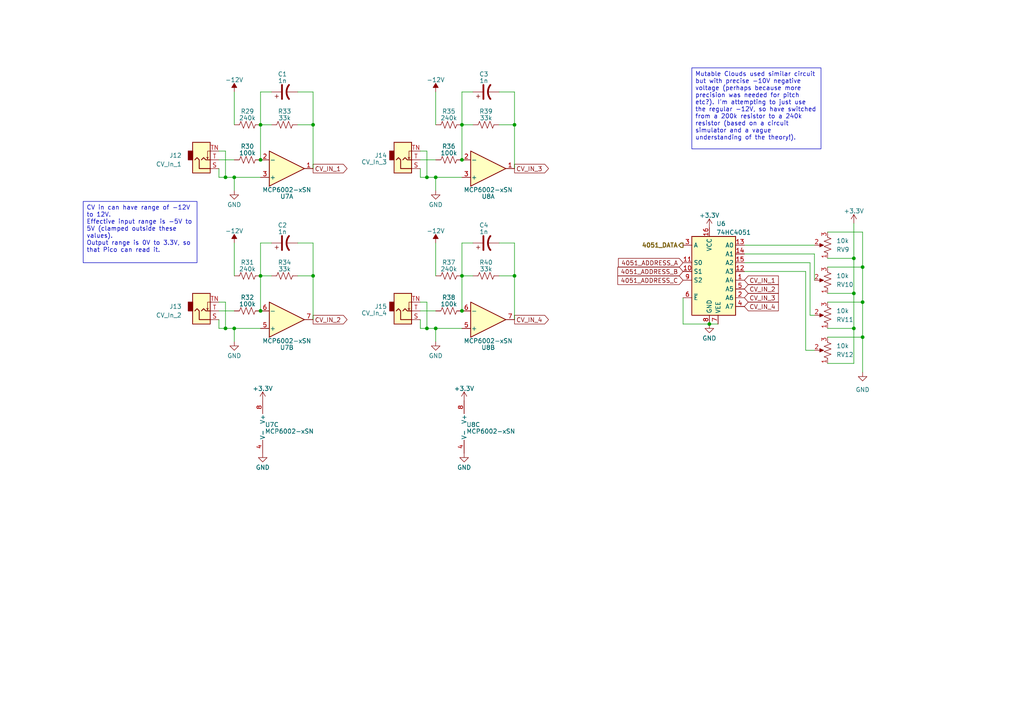
<source format=kicad_sch>
(kicad_sch (version 20230121) (generator eeschema)
  (paper "A4")
  (lib_symbols
    (symbol "74xx:74HC4051"
      (property "Reference" "U" (at -5.08 11.43 0))
      (property "Value" "74HC4051" (at -7.62 -13.97 0))
      (symbol "74HC4051_0_1"
        (rectangle (start -5.08 10.16) (end 7.62 -12.7) (stroke (width 0.254)) (fill (type background)))
      )
      (symbol "74HC4051_1_1"
        (pin passive line (at 10.16 -2.54 180) (length 2.54) (name "A4") (number "1"))
        (pin input line (at -7.62 0 0) (length 2.54) (name "S1") (number "10"))
        (pin input line (at -7.62 2.54 0) (length 2.54) (name "S0") (number "11"))
        (pin passive line (at 10.16 0 180) (length 2.54) (name "A3") (number "12"))
        (pin passive line (at 10.16 7.62 180) (length 2.54) (name "A0") (number "13"))
        (pin passive line (at 10.16 5.08 180) (length 2.54) (name "A1") (number "14"))
        (pin passive line (at 10.16 2.54 180) (length 2.54) (name "A2") (number "15"))
        (pin power_in line (at 0 12.7 270) (length 2.54) (name "VCC") (number "16"))
        (pin passive line (at 10.16 -7.62 180) (length 2.54) (name "A6") (number "2"))
        (pin passive line (at -7.62 7.62 0) (length 2.54) (name "A") (number "3"))
        (pin passive line (at 10.16 -10.16 180) (length 2.54) (name "A7") (number "4"))
        (pin passive line (at 10.16 -5.08 180) (length 2.54) (name "A5") (number "5"))
        (pin input line (at -7.62 -7.62 0) (length 2.54) (name "~{E}") (number "6"))
        (pin power_in line (at 2.54 -15.24 90) (length 2.54) (name "VEE") (number "7"))
        (pin power_in line (at 0 -15.24 90) (length 2.54) (name "GND") (number "8"))
        (pin input line (at -7.62 -2.54 0) (length 2.54) (name "S2") (number "9"))
      )
    )
    (symbol "Amplifier_Operational:MCP6002-xSN" (pin_names (offset 0.127))
      (property "Reference" "U" (at 0 5.08 0))
      (property "Value" "MCP6002-xSN" (at 0 -5.08 0))
      (symbol "MCP6002-xSN_1_1"
        (polyline (pts (xy -5.08 5.08) (xy 5.08 0) (xy -5.08 -5.08) (xy -5.08 5.08)) (stroke (width 0.254)) (fill (type background)))
        (pin output line (at 7.62 0 180) (length 2.54) (name "~") (number "1"))
        (pin input line (at -7.62 -2.54 0) (length 2.54) (name "-") (number "2"))
        (pin input line (at -7.62 2.54 0) (length 2.54) (name "+") (number "3"))
      )
      (symbol "MCP6002-xSN_2_1"
        (polyline (pts (xy -5.08 5.08) (xy 5.08 0) (xy -5.08 -5.08) (xy -5.08 5.08)) (stroke (width 0.254)) (fill (type background)))
        (pin input line (at -7.62 2.54 0) (length 2.54) (name "+") (number "5"))
        (pin input line (at -7.62 -2.54 0) (length 2.54) (name "-") (number "6"))
        (pin output line (at 7.62 0 180) (length 2.54) (name "~") (number "7"))
      )
      (symbol "MCP6002-xSN_3_1"
        (pin power_in line (at -2.54 -7.62 90) (length 3.81) (name "V-") (number "4"))
        (pin power_in line (at -2.54 7.62 270) (length 3.81) (name "V+") (number "8"))
      )
    )
    (symbol "Connector_Audio:AudioJack2_SwitchT"
      (property "Reference" "J" (at 0 8.89 0))
      (property "Value" "AudioJack2_SwitchT" (at 0 6.35 0))
      (symbol "AudioJack2_SwitchT_0_1"
        (rectangle (start -2.54 0) (end -3.81 -2.54) (stroke (width 0.254)) (fill (type outline)))
        (polyline (pts (xy 1.778 -0.254) (xy 2.032 -0.762)))
        (polyline (pts (xy 0 0) (xy 0.635 -0.635) (xy 1.27 0) (xy 2.54 0)) (stroke (width 0.254)))
        (polyline (pts (xy 2.54 -2.54) (xy 1.778 -2.54) (xy 1.778 -0.254) (xy 1.524 -0.762)))
        (polyline (pts (xy 2.54 2.54) (xy -0.635 2.54) (xy -0.635 0) (xy -1.27 -0.635) (xy -1.905 0)) (stroke (width 0.254)))
        (rectangle (start 2.54 3.81) (end -2.54 -5.08) (stroke (width 0.254)) (fill (type background)))
      )
      (symbol "AudioJack2_SwitchT_1_1"
        (pin passive line (at 5.08 2.54 180) (length 2.54) (name "~") (number "S"))
        (pin passive line (at 5.08 0 180) (length 2.54) (name "~") (number "T"))
        (pin passive line (at 5.08 -2.54 180) (length 2.54) (name "~") (number "TN"))
      )
    )
    (symbol "Device:C_Polarized_US" (pin_numbers hide) (pin_names (offset 0.254) hide)
      (property "Reference" "C" (at 0.635 2.54 0))
      (property "Value" "C_Polarized_US" (at 0.635 -2.54 0))
      (symbol "C_Polarized_US_0_1"
        (polyline (pts (xy -2.032 0.762) (xy 2.032 0.762)) (stroke (width 0.508)))
        (polyline (pts (xy -1.778 2.286) (xy -0.762 2.286)))
        (polyline (pts (xy -1.27 1.778) (xy -1.27 2.794)))
        (arc (start 2.032 -1.27) (mid 0 -0.5572) (end -2.032 -1.27) (stroke (width 0.508)))
      )
      (symbol "C_Polarized_US_1_1"
        (pin passive line (at 0 3.81 270) (length 2.794) (name "~") (number "1"))
        (pin passive line (at 0 -3.81 90) (length 3.302) (name "~") (number "2"))
      )
    )
    (symbol "Device:R_Potentiometer_US" (pin_names (offset 1.016) hide)
      (property "Reference" "RV" (at -4.445 0 90))
      (property "Value" "R_Potentiometer_US" (at -2.54 0 90))
      (symbol "R_Potentiometer_US_0_1"
        (polyline (pts (xy 0 -2.286) (xy 0 -2.54)))
        (polyline (pts (xy 0 2.54) (xy 0 2.286)))
        (polyline (pts (xy 2.54 0) (xy 1.524 0)))
        (polyline (pts (xy 1.143 0) (xy 2.286 0.508) (xy 2.286 -0.508) (xy 1.143 0)) (fill (type outline)))
        (polyline (pts (xy 0 -0.762) (xy 1.016 -1.143) (xy 0 -1.524) (xy -1.016 -1.905) (xy 0 -2.286)))
        (polyline (pts (xy 0 0.762) (xy 1.016 0.381) (xy 0 0) (xy -1.016 -0.381) (xy 0 -0.762)))
        (polyline (pts (xy 0 2.286) (xy 1.016 1.905) (xy 0 1.524) (xy -1.016 1.143) (xy 0 0.762)))
      )
      (symbol "R_Potentiometer_US_1_1"
        (pin passive line (at 0 3.81 270) (length 1.27) (name "1") (number "1"))
        (pin passive line (at 3.81 0 180) (length 1.27) (name "2") (number "2"))
        (pin passive line (at 0 -3.81 90) (length 1.27) (name "3") (number "3"))
      )
    )
    (symbol "Device:R_US" (pin_numbers hide) (pin_names (offset 0))
      (property "Reference" "R" (at 2.54 0 90))
      (property "Value" "R_US" (at -2.54 0 90))
      (symbol "R_US_0_1"
        (polyline (pts (xy 0 -2.286) (xy 0 -2.54)))
        (polyline (pts (xy 0 2.286) (xy 0 2.54)))
        (polyline (pts (xy 0 -0.762) (xy 1.016 -1.143) (xy 0 -1.524) (xy -1.016 -1.905) (xy 0 -2.286)))
        (polyline (pts (xy 0 0.762) (xy 1.016 0.381) (xy 0 0) (xy -1.016 -0.381) (xy 0 -0.762)))
        (polyline (pts (xy 0 2.286) (xy 1.016 1.905) (xy 0 1.524) (xy -1.016 1.143) (xy 0 0.762)))
      )
      (symbol "R_US_1_1"
        (pin passive line (at 0 3.81 270) (length 1.27) (name "~") (number "1"))
        (pin passive line (at 0 -3.81 90) (length 1.27) (name "~") (number "2"))
      )
    )
    (symbol "power:+3.3V" (power) (pin_names (offset 0))
      (property "Value" "+3.3V" (at 0 3.556 0))
      (symbol "+3.3V_0_1"
        (polyline (pts (xy -0.762 1.27) (xy 0 2.54)))
        (polyline (pts (xy 0 0) (xy 0 2.54)))
        (polyline (pts (xy 0 2.54) (xy 0.762 1.27)))
      )
      (symbol "+3.3V_1_1"
        (pin power_in line (at 0 0 90) (length 0) hide (name "+3.3V") (number "1"))
      )
    )
    (symbol "power:-12V" (power) (pin_names (offset 0))
      (property "Value" "-12V" (at 0 3.81 0))
      (symbol "-12V_0_0"
        (pin power_in line (at 0 0 90) (length 0) hide (name "-12V") (number "1"))
      )
      (symbol "-12V_0_1"
        (polyline (pts (xy 0 0) (xy 0 1.27) (xy 0.762 1.27) (xy 0 2.54) (xy -0.762 1.27) (xy 0 1.27)) (fill (type outline)))
      )
    )
    (symbol "power:GND" (power) (pin_names (offset 0))
      (property "Value" "GND" (at 0 -3.81 0))
      (symbol "GND_0_1"
        (polyline (pts (xy 0 0) (xy 0 -1.27) (xy 1.27 -1.27) (xy 0 -2.54) (xy -1.27 -1.27) (xy 0 -1.27)))
      )
      (symbol "GND_1_1"
        (pin power_in line (at 0 0 270) (length 0) hide (name "GND") (number "1"))
      )
    )
  )
  (junction (at 65.405 95.25))
  (junction (at 75.565 90.17))
  (junction (at 250.19 87.63))
  (junction (at 67.945 95.25))
  (junction (at 75.565 36.195))
  (junction (at 75.565 46.355))
  (junction (at 90.805 36.195))
  (junction (at 133.985 36.195))
  (junction (at 247.65 74.93))
  (junction (at 247.65 85.09))
  (junction (at 90.805 80.01))
  (junction (at 149.225 80.01))
  (junction (at 75.565 80.01))
  (junction (at 67.945 51.435))
  (junction (at 126.365 51.435))
  (junction (at 123.825 95.25))
  (junction (at 247.65 95.25))
  (junction (at 250.19 77.47))
  (junction (at 205.74 93.98))
  (junction (at 133.985 80.01))
  (junction (at 149.225 36.195))
  (junction (at 65.405 51.435))
  (junction (at 133.985 90.17))
  (junction (at 126.365 95.25))
  (junction (at 250.19 97.79))
  (junction (at 123.825 51.435))
  (junction (at 133.985 46.355))
  (wire (pts (xy 247.65 105.41) (xy 247.65 95.25)))
  (wire (pts (xy 67.945 95.25) (xy 67.945 99.06)))
  (wire (pts (xy 121.92 48.895) (xy 121.92 51.435)))
  (wire (pts (xy 133.985 36.195) (xy 133.985 46.355)))
  (wire (pts (xy 240.03 67.31) (xy 250.19 67.31)))
  (wire (pts (xy 137.16 36.195) (xy 133.985 36.195)))
  (wire (pts (xy 234.95 91.44) (xy 236.22 91.44)))
  (wire (pts (xy 240.03 97.79) (xy 250.19 97.79)))
  (wire (pts (xy 90.805 80.01) (xy 90.805 92.71)))
  (wire (pts (xy 121.92 43.815) (xy 123.825 43.815)))
  (wire (pts (xy 78.74 70.485) (xy 75.565 70.485)))
  (wire (pts (xy 78.74 80.01) (xy 75.565 80.01)))
  (wire (pts (xy 63.5 43.815) (xy 65.405 43.815)))
  (wire (pts (xy 65.405 87.63) (xy 65.405 95.25)))
  (wire (pts (xy 250.19 67.31) (xy 250.19 77.47)))
  (wire (pts (xy 63.5 87.63) (xy 65.405 87.63)))
  (wire (pts (xy 247.65 74.93) (xy 240.03 74.93)))
  (wire (pts (xy 215.9 76.2) (xy 234.95 76.2)))
  (wire (pts (xy 75.565 80.01) (xy 75.565 90.17)))
  (wire (pts (xy 240.03 77.47) (xy 250.19 77.47)))
  (wire (pts (xy 250.19 87.63) (xy 250.19 97.79)))
  (wire (pts (xy 121.92 51.435) (xy 123.825 51.435)))
  (wire (pts (xy 215.9 78.74) (xy 233.68 78.74)))
  (wire (pts (xy 240.03 95.25) (xy 247.65 95.25)))
  (wire (pts (xy 215.9 73.66) (xy 236.22 73.66)))
  (wire (pts (xy 144.78 26.67) (xy 149.225 26.67)))
  (wire (pts (xy 240.03 105.41) (xy 247.65 105.41)))
  (wire (pts (xy 137.16 70.485) (xy 133.985 70.485)))
  (wire (pts (xy 123.825 87.63) (xy 123.825 95.25)))
  (wire (pts (xy 63.5 51.435) (xy 65.405 51.435)))
  (wire (pts (xy 126.365 95.25) (xy 126.365 99.06)))
  (wire (pts (xy 126.365 51.435) (xy 126.365 55.245)))
  (wire (pts (xy 233.68 101.6) (xy 236.22 101.6)))
  (wire (pts (xy 198.12 93.98) (xy 198.12 86.36)))
  (wire (pts (xy 137.16 26.67) (xy 133.985 26.67)))
  (wire (pts (xy 149.225 80.01) (xy 149.225 92.71)))
  (wire (pts (xy 90.805 26.67) (xy 90.805 36.195)))
  (wire (pts (xy 121.92 95.25) (xy 123.825 95.25)))
  (wire (pts (xy 240.03 87.63) (xy 250.19 87.63)))
  (wire (pts (xy 67.945 70.485) (xy 67.945 80.01)))
  (wire (pts (xy 126.365 51.435) (xy 133.985 51.435)))
  (wire (pts (xy 121.92 92.71) (xy 121.92 95.25)))
  (wire (pts (xy 123.825 95.25) (xy 126.365 95.25)))
  (wire (pts (xy 247.65 64.77) (xy 247.65 74.93)))
  (wire (pts (xy 250.19 97.79) (xy 250.19 107.95)))
  (wire (pts (xy 65.405 51.435) (xy 67.945 51.435)))
  (wire (pts (xy 149.225 36.195) (xy 149.225 48.895)))
  (wire (pts (xy 86.36 36.195) (xy 90.805 36.195)))
  (wire (pts (xy 65.405 95.25) (xy 67.945 95.25)))
  (wire (pts (xy 75.565 36.195) (xy 75.565 46.355)))
  (wire (pts (xy 78.74 26.67) (xy 75.565 26.67)))
  (wire (pts (xy 247.65 85.09) (xy 247.65 74.93)))
  (wire (pts (xy 250.19 77.47) (xy 250.19 87.63)))
  (wire (pts (xy 144.78 70.485) (xy 149.225 70.485)))
  (wire (pts (xy 121.92 46.355) (xy 126.365 46.355)))
  (wire (pts (xy 149.225 26.67) (xy 149.225 36.195)))
  (wire (pts (xy 75.565 26.67) (xy 75.565 36.195)))
  (wire (pts (xy 75.565 70.485) (xy 75.565 80.01)))
  (wire (pts (xy 133.985 70.485) (xy 133.985 80.01)))
  (wire (pts (xy 67.945 95.25) (xy 75.565 95.25)))
  (wire (pts (xy 240.03 85.09) (xy 247.65 85.09)))
  (wire (pts (xy 144.78 80.01) (xy 149.225 80.01)))
  (wire (pts (xy 215.9 71.12) (xy 236.22 71.12)))
  (wire (pts (xy 247.65 95.25) (xy 247.65 85.09)))
  (wire (pts (xy 63.5 46.355) (xy 67.945 46.355)))
  (wire (pts (xy 205.74 93.98) (xy 198.12 93.98)))
  (wire (pts (xy 67.945 26.67) (xy 67.945 36.195)))
  (wire (pts (xy 86.36 26.67) (xy 90.805 26.67)))
  (wire (pts (xy 205.74 93.98) (xy 208.28 93.98)))
  (wire (pts (xy 86.36 70.485) (xy 90.805 70.485)))
  (wire (pts (xy 63.5 48.895) (xy 63.5 51.435)))
  (wire (pts (xy 133.985 80.01) (xy 133.985 90.17)))
  (wire (pts (xy 63.5 90.17) (xy 67.945 90.17)))
  (wire (pts (xy 233.68 78.74) (xy 233.68 101.6)))
  (wire (pts (xy 121.92 90.17) (xy 126.365 90.17)))
  (wire (pts (xy 126.365 95.25) (xy 133.985 95.25)))
  (wire (pts (xy 123.825 51.435) (xy 126.365 51.435)))
  (wire (pts (xy 236.22 73.66) (xy 236.22 81.28)))
  (wire (pts (xy 65.405 43.815) (xy 65.405 51.435)))
  (wire (pts (xy 144.78 36.195) (xy 149.225 36.195)))
  (wire (pts (xy 63.5 95.25) (xy 65.405 95.25)))
  (wire (pts (xy 67.945 51.435) (xy 75.565 51.435)))
  (wire (pts (xy 126.365 70.485) (xy 126.365 80.01)))
  (wire (pts (xy 149.225 70.485) (xy 149.225 80.01)))
  (wire (pts (xy 133.985 26.67) (xy 133.985 36.195)))
  (wire (pts (xy 137.16 80.01) (xy 133.985 80.01)))
  (wire (pts (xy 234.95 76.2) (xy 234.95 91.44)))
  (wire (pts (xy 90.805 70.485) (xy 90.805 80.01)))
  (wire (pts (xy 126.365 26.67) (xy 126.365 36.195)))
  (wire (pts (xy 78.74 36.195) (xy 75.565 36.195)))
  (wire (pts (xy 67.945 51.435) (xy 67.945 55.245)))
  (wire (pts (xy 90.805 36.195) (xy 90.805 48.895)))
  (wire (pts (xy 86.36 80.01) (xy 90.805 80.01)))
  (wire (pts (xy 63.5 92.71) (xy 63.5 95.25)))
  (wire (pts (xy 123.825 43.815) (xy 123.825 51.435)))
  (wire (pts (xy 121.92 87.63) (xy 123.825 87.63)))
  (text_box "CV in can have range of -12V to 12V.\nEffective input range is -5V to 5V (clamped outside these values).\nOutput range is 0V to 3.3V, so that Pico can read it." (at 24.13 58.42 0) (size 33.02 17.78) (effects (font (size 1.27 1.27)) (justify left top)))
  (text_box "Mutable Clouds used similar circuit but with precise -10V negative voltage (perhaps because more precision was needed for pitch etc?). I'm attempting to just use the regular -12V, so have switched from a 200k resistor to a 240k resistor (based on a circuit simulator and a vague understanding of the theory!)." (at 200.66 19.685 0) (size 37.465 23.495) (effects (font (size 1.27 1.27)) (justify left top)))
  (global_label "CV_IN_2" (shape input) (at 215.9 83.82 0) (property "Intersheetrefs" "${INTERSHEET_REFS}" (effects hide)))
  (global_label "CV_IN_1" (shape input) (at 215.9 81.28 0) (property "Intersheetrefs" "${INTERSHEET_REFS}" (effects hide)))
  (global_label "CV_IN_3" (shape input) (at 215.9 86.36 0) (property "Intersheetrefs" "${INTERSHEET_REFS}" (effects hide)))
  (global_label "CV_IN_3" (shape output) (at 149.225 48.895 0) (property "Intersheetrefs" "${INTERSHEET_REFS}" (effects hide)))
  (global_label "4051_ADDRESS_B" (shape input) (at 198.12 78.74 180) (property "Intersheetrefs" "${INTERSHEET_REFS}" (effects hide)))
  (global_label "CV_IN_4" (shape output) (at 149.225 92.71 0) (property "Intersheetrefs" "${INTERSHEET_REFS}" (effects hide)))
  (global_label "CV_IN_1" (shape output) (at 90.805 48.895 0) (property "Intersheetrefs" "${INTERSHEET_REFS}" (effects hide)))
  (global_label "CV_IN_4" (shape input) (at 215.9 88.9 0) (property "Intersheetrefs" "${INTERSHEET_REFS}" (effects hide)))
  (global_label "CV_IN_2" (shape output) (at 90.805 92.71 0) (property "Intersheetrefs" "${INTERSHEET_REFS}" (effects hide)))
  (global_label "4051_ADDRESS_A" (shape input) (at 198.12 76.2 180) (property "Intersheetrefs" "${INTERSHEET_REFS}" (effects hide)))
  (global_label "4051_ADDRESS_C" (shape input) (at 198.12 81.28 180) (property "Intersheetrefs" "${INTERSHEET_REFS}" (effects hide)))
  (hierarchical_label "4051_DATA" (shape output) (at 198.12 71.12 180) (effects (font bold)))
  (symbol (lib_id "power:-12V") (at 126.365 70.485 0) (unit 1)
    (property "Reference" "#PWR048" (effects hide))
    (property "Value" "-12V" (at 126.365 66.9831 0))
  )
  (symbol (lib_id "Device:R_Potentiometer_US") (at 240.03 71.12 180) (unit 1)
    (property "Reference" "RV9" (at 242.57 72.3901 0) (effects (justify right)))
    (property "Value" "10k" (at 242.57 69.8501 0) (effects (justify right)))
    (property "Footprint" "Library:Potentiometer_Alps_RK09K_vertical_biggerholes" (effects hide))
    (instances (project "dk2_03_top" (path "" (reference "RV9") (unit 1)) (path "" (reference "RV1") (unit 1))))
  )
  (symbol (lib_id "power:GND") (at 76.2 131.445 0) (unit 1)
    (property "Reference" "#PWR045" (effects hide))
    (property "Value" "GND" (at 76.2 135.5805 0))
  )
  (symbol (lib_id "power:GND") (at 250.19 107.95 0) (unit 1)
    (property "Reference" "#PWR055" (effects hide))
    (property "Value" "GND" (at 250.19 113.03 0))
    (instances (project "dk2_03_top" (path "" (reference "#PWR055") (unit 1)) (path "" (reference "#PWR036") (unit 1))))
  )
  (symbol (lib_id "Device:C_Polarized_US") (at 140.97 70.485 90) (unit 1)
    (property "Reference" "C4" (at 140.335 65.3161 90))
    (property "Value" "1n" (at 140.335 67.2371 90))
    (property "Footprint" "Capacitor_SMD:C_0603_1608Metric" (effects hide))
  )
  (symbol (lib_id "Device:R_US") (at 71.755 80.01 90) (unit 1)
    (property "Reference" "R31" (at 71.755 76.1111 90))
    (property "Value" "240k" (at 71.755 78.0321 90))
    (property "Footprint" "Resistor_SMD:R_0603_1608Metric" (effects hide))
  )
  (symbol (lib_id "Device:R_Potentiometer_US") (at 240.03 91.44 180) (unit 1)
    (property "Reference" "RV11" (at 242.57 92.7101 0) (effects (justify right)))
    (property "Value" "10k" (at 242.57 90.1701 0) (effects (justify right)))
    (property "Footprint" "Library:Potentiometer_Alps_RK09K_vertical_biggerholes" (effects hide))
    (instances (project "dk2_03_top" (path "" (reference "RV11") (unit 1)) (path "" (reference "RV3") (unit 1))))
  )
  (symbol (lib_id "power:-12V") (at 67.945 70.485 0) (unit 1)
    (property "Reference" "#PWR042" (effects hide))
    (property "Value" "-12V" (at 67.945 66.9831 0))
  )
  (symbol (lib_id "Amplifier_Operational:MCP6002-xSN") (at 141.605 48.895 0) (mirror x) (unit 1)
    (property "Reference" "U8" (at 141.605 56.9849 0))
    (property "Value" "MCP6002-xSN" (at 141.605 55.0639 0))
    (property "Footprint" "Package_SO:SOIC-8_3.9x4.9mm_P1.27mm" (effects hide))
    (property "Datasheet" "http://ww1.microchip.com/downloads/en/DeviceDoc/21733j.pdf" (effects hide))
  )
  (symbol (lib_id "power:GND") (at 126.365 99.06 0) (unit 1)
    (property "Reference" "#PWR049" (effects hide))
    (property "Value" "GND" (at 126.365 103.1955 0))
  )
  (symbol (lib_id "Device:C_Polarized_US") (at 82.55 26.67 90) (unit 1)
    (property "Reference" "C1" (at 81.915 21.5011 90))
    (property "Value" "1n" (at 81.915 23.4221 90))
    (property "Footprint" "Capacitor_SMD:C_0603_1608Metric" (effects hide))
  )
  (symbol (lib_id "Device:C_Polarized_US") (at 82.55 70.485 90) (unit 1)
    (property "Reference" "C2" (at 81.915 65.3161 90))
    (property "Value" "1n" (at 81.915 67.2371 90))
    (property "Footprint" "Capacitor_SMD:C_0603_1608Metric" (effects hide))
  )
  (symbol (lib_id "Amplifier_Operational:MCP6002-xSN") (at 83.185 48.895 0) (mirror x) (unit 1)
    (property "Reference" "U7" (at 83.185 56.9849 0))
    (property "Value" "MCP6002-xSN" (at 83.185 55.0639 0))
    (property "Footprint" "Package_SO:SOIC-8_3.9x4.9mm_P1.27mm" (effects hide))
    (property "Datasheet" "http://ww1.microchip.com/downloads/en/DeviceDoc/21733j.pdf" (effects hide))
  )
  (symbol (lib_id "power:-12V") (at 126.365 26.67 0) (unit 1)
    (property "Reference" "#PWR046" (effects hide))
    (property "Value" "-12V" (at 126.365 23.1681 0))
  )
  (symbol (lib_id "Device:R_US") (at 82.55 80.01 90) (unit 1)
    (property "Reference" "R34" (at 82.55 76.1111 90))
    (property "Value" "33k" (at 82.55 78.0321 90))
    (property "Footprint" "Resistor_SMD:R_0603_1608Metric" (effects hide))
  )
  (symbol (lib_id "Device:R_US") (at 140.97 80.01 90) (unit 1)
    (property "Reference" "R40" (at 140.97 76.1111 90))
    (property "Value" "33k" (at 140.97 78.0321 90))
    (property "Footprint" "Resistor_SMD:R_0603_1608Metric" (effects hide))
  )
  (symbol (lib_id "power:+3.3V") (at 134.62 116.205 0) (unit 1)
    (property "Reference" "#PWR050" (effects hide))
    (property "Value" "+3.3V" (at 134.62 112.7031 0))
  )
  (symbol (lib_id "power:+3.3V") (at 76.2 116.205 0) (unit 1)
    (property "Reference" "#PWR044" (effects hide))
    (property "Value" "+3.3V" (at 76.2 112.7031 0))
  )
  (symbol (lib_id "Device:R_US") (at 130.175 90.17 90) (unit 1)
    (property "Reference" "R38" (at 130.175 86.2711 90))
    (property "Value" "100k" (at 130.175 88.1921 90))
    (property "Footprint" "Resistor_SMD:R_0603_1608Metric" (effects hide))
  )
  (symbol (lib_id "Connector_Audio:AudioJack2_SwitchT") (at 116.84 46.355 0) (mirror x) (unit 1)
    (property "Reference" "J14" (at 112.2681 45.0763 0) (effects (justify right)))
    (property "Value" "CV_In_3" (at 112.2681 46.9973 0) (effects (justify right)))
    (property "Footprint" "AudioJacks:Jack_3.5mm_QingPu_WQP-PJ398SM_Vertical" (effects hide))
  )
  (symbol (lib_id "power:GND") (at 67.945 99.06 0) (unit 1)
    (property "Reference" "#PWR043" (effects hide))
    (property "Value" "GND" (at 67.945 103.1955 0))
  )
  (symbol (lib_id "power:GND") (at 134.62 131.445 0) (unit 1)
    (property "Reference" "#PWR051" (effects hide))
    (property "Value" "GND" (at 134.62 135.5805 0))
  )
  (symbol (lib_id "Device:R_US") (at 130.175 36.195 90) (unit 1)
    (property "Reference" "R35" (at 130.175 32.2961 90))
    (property "Value" "240k" (at 130.175 34.2171 90))
    (property "Footprint" "Resistor_SMD:R_0603_1608Metric" (effects hide))
  )
  (symbol (lib_id "power:GND") (at 205.74 93.98 0) (unit 1)
    (property "Reference" "#PWR029" (effects hide))
    (property "Value" "GND" (at 205.74 98.1155 0))
    (instances (project "dk2_03_top" (path "" (reference "#PWR029") (unit 1)) (path "" (reference "#PWR053") (unit 1))))
  )
  (symbol (lib_id "Connector_Audio:AudioJack2_SwitchT") (at 116.84 90.17 0) (mirror x) (unit 1)
    (property "Reference" "J15" (at 112.2681 88.8913 0) (effects (justify right)))
    (property "Value" "CV_In_4" (at 112.2681 90.8123 0) (effects (justify right)))
    (property "Footprint" "AudioJacks:Jack_3.5mm_QingPu_WQP-PJ398SM_Vertical" (effects hide))
  )
  (symbol (lib_id "Amplifier_Operational:MCP6002-xSN") (at 83.185 92.71 0) (mirror x) (unit 2)
    (property "Reference" "U7" (at 83.185 100.7999 0))
    (property "Value" "MCP6002-xSN" (at 83.185 98.8789 0))
    (property "Footprint" "Package_SO:SOIC-8_3.9x4.9mm_P1.27mm" (effects hide))
    (property "Datasheet" "http://ww1.microchip.com/downloads/en/DeviceDoc/21733j.pdf" (effects hide))
  )
  (symbol (lib_id "Device:R_US") (at 130.175 46.355 90) (unit 1)
    (property "Reference" "R36" (at 130.175 42.4561 90))
    (property "Value" "100k" (at 130.175 44.3771 90))
    (property "Footprint" "Resistor_SMD:R_0603_1608Metric" (effects hide))
  )
  (symbol (lib_id "power:GND") (at 126.365 55.245 0) (unit 1)
    (property "Reference" "#PWR047" (effects hide))
    (property "Value" "GND" (at 126.365 59.3805 0))
  )
  (symbol (lib_id "Device:R_US") (at 71.755 36.195 90) (unit 1)
    (property "Reference" "R29" (at 71.755 32.2961 90))
    (property "Value" "240k" (at 71.755 34.2171 90))
    (property "Footprint" "Resistor_SMD:R_0603_1608Metric" (effects hide))
  )
  (symbol (lib_id "Amplifier_Operational:MCP6002-xSN") (at 78.74 123.825 0) (unit 3)
    (property "Reference" "U7" (at 76.835 123.1813 0) (effects (justify left)))
    (property "Value" "MCP6002-xSN" (at 76.835 125.1023 0) (effects (justify left)))
    (property "Footprint" "Package_SO:SOIC-8_3.9x4.9mm_P1.27mm" (effects hide))
    (property "Datasheet" "http://ww1.microchip.com/downloads/en/DeviceDoc/21733j.pdf" (effects hide))
  )
  (symbol (lib_id "Device:R_Potentiometer_US") (at 240.03 81.28 180) (unit 1)
    (property "Reference" "RV10" (at 242.57 82.5501 0) (effects (justify right)))
    (property "Value" "10k" (at 242.57 80.0101 0) (effects (justify right)))
    (property "Footprint" "Library:Potentiometer_Alps_RK09K_vertical_biggerholes" (effects hide))
    (instances (project "dk2_03_top" (path "" (reference "RV10") (unit 1)) (path "" (reference "RV2") (unit 1))))
  )
  (symbol (lib_id "Device:C_Polarized_US") (at 140.97 26.67 90) (unit 1)
    (property "Reference" "C3" (at 140.335 21.5011 90))
    (property "Value" "1n" (at 140.335 23.4221 90))
    (property "Footprint" "Capacitor_SMD:C_0603_1608Metric" (effects hide))
  )
  (symbol (lib_id "power:GND") (at 67.945 55.245 0) (unit 1)
    (property "Reference" "#PWR041" (effects hide))
    (property "Value" "GND" (at 67.945 59.3805 0))
  )
  (symbol (lib_id "Connector_Audio:AudioJack2_SwitchT") (at 58.42 90.17 0) (mirror x) (unit 1)
    (property "Reference" "J13" (at 52.705 88.9 0) (effects (justify right)))
    (property "Value" "CV_In_2" (at 52.705 91.44 0) (effects (justify right)))
    (property "Footprint" "AudioJacks:Jack_3.5mm_QingPu_WQP-PJ398SM_Vertical" (effects hide))
  )
  (symbol (lib_id "Device:R_Potentiometer_US") (at 240.03 101.6 180) (unit 1)
    (property "Reference" "RV12" (at 242.57 102.8701 0) (effects (justify right)))
    (property "Value" "10k" (at 242.57 100.3301 0) (effects (justify right)))
    (property "Footprint" "Library:Potentiometer_Alps_RK09K_vertical_biggerholes" (effects hide))
    (instances (project "dk2_03_top" (path "" (reference "RV12") (unit 1)) (path "" (reference "RV4") (unit 1))))
  )
  (symbol (lib_id "power:-12V") (at 67.945 26.67 0) (unit 1)
    (property "Reference" "#PWR040" (effects hide))
    (property "Value" "-12V" (at 67.945 23.1681 0))
  )
  (symbol (lib_id "power:+3.3V") (at 205.74 66.04 0) (unit 1)
    (property "Reference" "#PWR028" (effects hide))
    (property "Value" "+3.3V" (at 205.74 62.484 0))
    (instances (project "dk2_03_top" (path "" (reference "#PWR028") (unit 1)) (path "" (reference "#PWR052") (unit 1))))
  )
  (symbol (lib_id "Device:R_US") (at 140.97 36.195 90) (unit 1)
    (property "Reference" "R39" (at 140.97 32.2961 90))
    (property "Value" "33k" (at 140.97 34.2171 90))
    (property "Footprint" "Resistor_SMD:R_0603_1608Metric" (effects hide))
  )
  (symbol (lib_id "power:+3.3V") (at 247.65 64.77 0) (unit 1)
    (property "Reference" "#PWR054" (effects hide))
    (property "Value" "+3.3V" (at 247.65 61.214 0))
    (instances (project "dk2_03_top" (path "" (reference "#PWR054") (unit 1)) (path "" (reference "#PWR035") (unit 1))))
  )
  (symbol (lib_id "Device:R_US") (at 71.755 46.355 90) (unit 1)
    (property "Reference" "R30" (at 71.755 42.4561 90))
    (property "Value" "100k" (at 71.755 44.3771 90))
    (property "Footprint" "Resistor_SMD:R_0603_1608Metric" (effects hide))
  )
  (symbol (lib_id "Amplifier_Operational:MCP6002-xSN") (at 141.605 92.71 0) (mirror x) (unit 2)
    (property "Reference" "U8" (at 141.605 100.7999 0))
    (property "Value" "MCP6002-xSN" (at 141.605 98.8789 0))
    (property "Footprint" "Package_SO:SOIC-8_3.9x4.9mm_P1.27mm" (effects hide))
    (property "Datasheet" "http://ww1.microchip.com/downloads/en/DeviceDoc/21733j.pdf" (effects hide))
  )
  (symbol (lib_id "Device:R_US") (at 130.175 80.01 90) (unit 1)
    (property "Reference" "R37" (at 130.175 76.1111 90))
    (property "Value" "240k" (at 130.175 78.0321 90))
    (property "Footprint" "Resistor_SMD:R_0603_1608Metric" (effects hide))
  )
  (symbol (lib_id "Connector_Audio:AudioJack2_SwitchT") (at 58.42 46.355 0) (mirror x) (unit 1)
    (property "Reference" "J12" (at 52.705 45.085 0) (effects (justify right)))
    (property "Value" "CV_In_1" (at 52.705 47.625 0) (effects (justify right)))
    (property "Footprint" "AudioJacks:Jack_3.5mm_QingPu_WQP-PJ398SM_Vertical" (effects hide))
  )
  (symbol (lib_id "Device:R_US") (at 71.755 90.17 90) (unit 1)
    (property "Reference" "R32" (at 71.755 86.2711 90))
    (property "Value" "100k" (at 71.755 88.1921 90))
    (property "Footprint" "Resistor_SMD:R_0603_1608Metric" (effects hide))
  )
  (symbol (lib_id "Amplifier_Operational:MCP6002-xSN") (at 137.16 123.825 0) (unit 3)
    (property "Reference" "U8" (at 135.255 123.1813 0) (effects (justify left)))
    (property "Value" "MCP6002-xSN" (at 135.255 125.1023 0) (effects (justify left)))
    (property "Footprint" "Package_SO:SOIC-8_3.9x4.9mm_P1.27mm" (effects hide))
    (property "Datasheet" "http://ww1.microchip.com/downloads/en/DeviceDoc/21733j.pdf" (effects hide))
  )
  (symbol (lib_id "Device:R_US") (at 82.55 36.195 90) (unit 1)
    (property "Reference" "R33" (at 82.55 32.2961 90))
    (property "Value" "33k" (at 82.55 34.2171 90))
    (property "Footprint" "Resistor_SMD:R_0603_1608Metric" (effects hide))
  )
  (symbol (lib_id "74xx:74HC4051") (at 205.74 78.74 0) (unit 1)
    (property "Reference" "U6" (at 207.7594 64.8802 0) (effects (justify left)))
    (property "Value" "74HC4051" (at 207.7594 67.4171 0) (effects (justify left)))
    (property "Footprint" "Package_SO:SOIC-16_3.9x9.9mm_P1.27mm" (effects hide))
    (property "Datasheet" "http://www.ti.com/lit/ds/symlink/cd74hc4051.pdf" (effects hide))
    (instances (project "dk2_03_top" (path "" (reference "U6") (unit 1)) (path "" (reference "U9") (unit 1))))
  )
)
</source>
